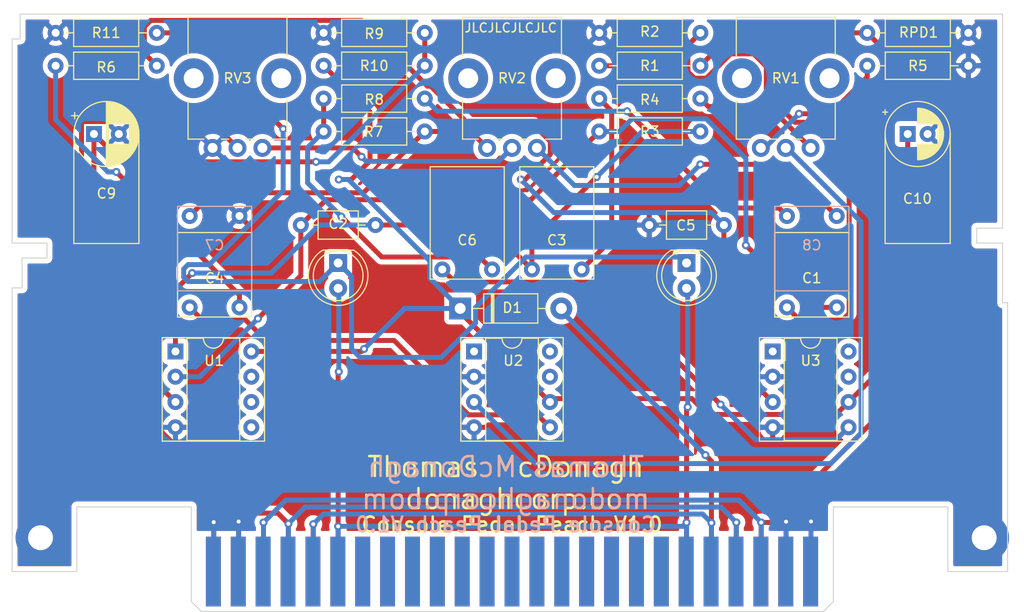
<source format=kicad_pcb>
(kicad_pcb (version 20171130) (host pcbnew "(5.1.7)-1")
  (layers (0 F.Cu signal) (31 B.Cu signal) (34 B.Paste user) (35 F.Paste user) (36 B.SilkS user) (37 F.SilkS user) (38 B.Mask user hide) (39 F.Mask user hide) (44 Edge.Cuts user))
  (net 0 "")
  (net 1 GND)
  (net 2 /LEDPower)
  (net 3 /Input)
  (net 4 /Output)
  (net 5 +9V)
  (net 6 "Net-(C7-Pad2)")
  (net 7 "Net-(C8-Pad2)")
  (net 8 "Net-(C2-Pad2)")
  (net 9 "Net-(C4-Pad1)")
  (net 10 "Net-(C5-Pad1)")
  (net 11 "Net-(C6-Pad2)")
  (net 12 "Net-(C1-Pad2)")
  (net 13 "Net-(C1-Pad1)")
  (net 14 "Net-(C6-Pad1)")
  (net 15 "Net-(D2-Pad1)")
  (net 16 "Net-(C3-Pad1)")
  (net 17 "Net-(C4-Pad2)")
  (net 18 "Net-(C8-Pad1)")
  (net 19 /VR)
  (net 20 /9V)
  (net 21 "Net-(R4-Pad1)")
  (net 22 "Net-(R5-Pad1)")
  (net 23 "Net-(RV1-Pad2)")
  (net 24 "Net-(RV2-Pad2)")
  (module LED_THT:LED_D5.0mm (layer F.Cu) (at 115.25 95 270)
    (fp_text reference D2 hide)
    (fp_text value LED)
    (pad 1 thru_hole rect (at 0 0 270) (size 1.8 1.8) (drill 0.9) (layers *.Cu *.Mask) (net 15 "Net-(D2-Pad1)"))
    (pad 2 thru_hole circle (at 2.54 0 270) (size 1.8 1.8) (drill 0.9) (layers *.Cu *.Mask) (net 2 /LEDPower))
  )
  (module LED_THT:LED_D5.0mm (layer F.Cu) (at 150.25 95 270)
    (fp_text reference D3 hide)
    (fp_text value LED)
    (pad 2 thru_hole circle (at 2.54 0 270) (size 1.8 1.8) (drill 0.9) (layers *.Cu *.Mask) (net 2 /LEDPower))
    (pad 1 thru_hole rect (at 0 0 270) (size 1.8 1.8) (drill 0.9) (layers *.Cu *.Mask) (net 15 "Net-(D2-Pad1)"))
  )
  (module libraries:N64-Connector (layer F.Cu) (at 132.715 126)
    (fp_text reference J1 hide)
    (fp_text value Conn_02x25_Counter_Clockwise)
    (pad 1 connect rect (at -30 0) (size 1.5 7) (layers F.Cu F.Mask) (net 1 GND))
    (pad 2 connect rect (at -27.5 0) (size 1.5 7) (layers F.Cu F.Mask) (net 1 GND))
    (pad 3 connect rect (at -25 0) (size 1.5 7) (layers F.Cu F.Mask) (net 3 /Input))
    (pad 4 connect rect (at -22.5 0) (size 1.5 7) (layers F.Cu F.Mask) (net 4 /Output))
    (pad 5 connect rect (at -20 0) (size 1.5 7) (layers F.Cu F.Mask) (net 5 +9V))
    (pad 6 connect rect (at -17.5 0) (size 1.5 7) (layers F.Cu F.Mask) (net 2 /LEDPower))
    (pad 7 connect rect (at -15 0) (size 1.5 7) (layers F.Cu F.Mask))
    (pad 8 connect rect (at -12.5 0) (size 1.5 7) (layers F.Cu F.Mask))
    (pad 9 connect rect (at -10 0) (size 1.5 7) (layers F.Cu F.Mask))
    (pad 10 connect rect (at -7.5 0) (size 1.5 7) (layers F.Cu F.Mask))
    (pad 11 connect rect (at -5 0) (size 1.5 7) (layers F.Cu F.Mask))
    (pad 12 connect rect (at -2.5 0) (size 1.5 7) (layers F.Cu F.Mask))
    (pad 13 connect rect (at 0 0) (size 1.5 7) (layers F.Cu F.Mask))
    (pad 14 connect rect (at 2.5 0) (size 1.5 7) (layers F.Cu F.Mask))
    (pad 15 connect rect (at 5 0) (size 1.5 7) (layers F.Cu F.Mask))
    (pad 16 connect rect (at 7.5 0) (size 1.5 7) (layers F.Cu F.Mask))
    (pad 17 connect rect (at 10 0) (size 1.5 7) (layers F.Cu F.Mask))
    (pad 18 connect rect (at 12.5 0) (size 1.5 7) (layers F.Cu F.Mask))
    (pad 19 connect rect (at 15 0) (size 1.5 7) (layers F.Cu F.Mask))
    (pad 20 connect rect (at 17.5 0) (size 1.5 7) (layers F.Cu F.Mask) (net 2 /LEDPower))
    (pad 21 connect rect (at 20 0) (size 1.5 7) (layers F.Cu F.Mask) (net 5 +9V))
    (pad 22 connect rect (at 22.5 0) (size 1.5 7) (layers F.Cu F.Mask) (net 4 /Output))
    (pad 23 connect rect (at 25 0) (size 1.5 7) (layers F.Cu F.Mask) (net 3 /Input))
    (pad 24 connect rect (at 27.5 0) (size 1.5 7) (layers F.Cu F.Mask) (net 1 GND))
    (pad 25 connect rect (at 30 0) (size 1.5 7) (layers F.Cu F.Mask) (net 1 GND))
    (pad 26 connect rect (at -30 0) (size 1.5 7) (layers B.Cu B.Mask) (net 1 GND))
    (pad 27 connect rect (at -27.5 0) (size 1.5 7) (layers B.Cu B.Mask) (net 1 GND))
    (pad 28 connect rect (at -25 0) (size 1.5 7) (layers B.Cu B.Mask) (net 3 /Input))
    (pad 29 connect rect (at -22.5 0) (size 1.5 7) (layers B.Cu B.Mask) (net 4 /Output))
    (pad 30 connect rect (at -20 0) (size 1.5 7) (layers B.Cu B.Mask) (net 5 +9V))
    (pad 31 connect rect (at -17.5 0) (size 1.5 7) (layers B.Cu B.Mask) (net 2 /LEDPower))
    (pad 32 connect rect (at -15 0) (size 1.5 7) (layers B.Cu B.Mask))
    (pad 33 connect rect (at -12.5 0) (size 1.5 7) (layers B.Cu B.Mask))
    (pad 34 connect rect (at -10 0) (size 1.5 7) (layers B.Cu B.Mask))
    (pad 35 connect rect (at -7.5 0) (size 1.5 7) (layers B.Cu B.Mask))
    (pad 36 connect rect (at -5 0) (size 1.5 7) (layers B.Cu B.Mask))
    (pad 37 connect rect (at -2.5 0) (size 1.5 7) (layers B.Cu B.Mask))
    (pad 38 connect rect (at 0 0) (size 1.5 7) (layers B.Cu B.Mask))
    (pad 39 connect rect (at 2.5 0) (size 1.5 7) (layers B.Cu B.Mask))
    (pad 40 connect rect (at 5 0) (size 1.5 7) (layers B.Cu B.Mask))
    (pad 41 connect rect (at 7.5 0) (size 1.5 7) (layers B.Cu B.Mask))
    (pad 42 connect rect (at 10 0) (size 1.5 7) (layers B.Cu B.Mask))
    (pad 43 connect rect (at 12.5 0) (size 1.5 7) (layers B.Cu B.Mask))
    (pad 44 connect rect (at 15 0) (size 1.5 7) (layers B.Cu B.Mask))
    (pad 45 connect rect (at 17.5 0) (size 1.5 7) (layers B.Cu B.Mask) (net 2 /LEDPower))
    (pad 46 connect rect (at 20 0) (size 1.5 7) (layers B.Cu B.Mask) (net 5 +9V))
    (pad 47 connect rect (at 22.5 0) (size 1.5 7) (layers B.Cu B.Mask) (net 4 /Output))
    (pad 48 connect rect (at 25 0) (size 1.5 7) (layers B.Cu B.Mask) (net 3 /Input))
    (pad 49 connect rect (at 27.5 0) (size 1.5 7) (layers B.Cu B.Mask) (net 1 GND))
    (pad 50 connect rect (at 30 0) (size 1.5 7) (layers B.Cu B.Mask) (net 1 GND))
  )
  (module MountingHole:MountingHole_2.5mm_Pad (layer F.Cu) (at 85.35 122.6)
    (fp_text reference H1 hide)
    (fp_text value MountingHole_Pad)
    (pad 1 thru_hole circle (at 0 0) (size 5 5) (drill 2.5) (layers *.Cu *.Mask) (net 1 GND))
  )
  (module MountingHole:MountingHole_2.5mm_Pad (layer F.Cu) (at 180.15 122.6)
    (fp_text reference H2 hide)
    (fp_text value MountingHole_Pad)
    (pad 1 thru_hole circle (at 0 0) (size 5 5) (drill 2.5) (layers *.Cu *.Mask) (net 1 GND))
  )
  (module Resistor_THT:R_Axial_DIN0207_L6.3mm_D2.5mm_P10.16mm_Horizontal (layer F.Cu) (at 86.868 71.882)
    (fp_text reference R11 (at 5.08 0) (layer F.SilkS))
    (fp_text value 100K)
    (pad 1 thru_hole circle (at 0 0) (size 1.6 1.6) (drill 0.8) (layers *.Cu *.Mask) (net 1 GND))
    (pad 2 thru_hole oval (at 10.16 0) (size 1.6 1.6) (drill 0.8) (layers *.Cu *.Mask) (net 15 "Net-(D2-Pad1)"))
  )
  (module libraries:C_Flat_L7.2_H6.5 (layer F.Cu) (at 165.335 99.06 180)
    (fp_text reference C1 (at 2.5 2.54) (layer F.SilkS))
    (fp_text value 100nF)
    (pad 2 thru_hole circle (at 5 -0.4 180) (size 1.6 1.6) (drill 0.8) (layers *.Cu *.Mask) (net 12 "Net-(C1-Pad2)"))
    (pad 1 thru_hole circle (at 0 -0.4 180) (size 1.6 1.6) (drill 0.8) (layers *.Cu *.Mask) (net 13 "Net-(C1-Pad1)"))
  )
  (module Capacitor_THT:C_Axial_L3.8mm_D2.6mm_P7.50mm_Horizontal (layer F.Cu) (at 111.5 91.186)
    (fp_text reference C2 (at 3.75 -0.123001) (layer F.SilkS))
    (fp_text value 100pF)
    (pad 2 thru_hole oval (at 7.5 0) (size 1.6 1.6) (drill 0.8) (layers *.Cu *.Mask) (net 8 "Net-(C2-Pad2)"))
    (pad 1 thru_hole circle (at 0 0) (size 1.6 1.6) (drill 0.8) (layers *.Cu *.Mask) (net 13 "Net-(C1-Pad1)"))
  )
  (module libraries:C_Flat_L7.2_H10 (layer F.Cu) (at 139.715 95.25 180)
    (fp_text reference C3 (at 2.5 2.54) (layer F.SilkS))
    (fp_text value 1uF)
    (pad 2 thru_hole circle (at 5 -0.4 180) (size 1.6 1.6) (drill 0.8) (layers *.Cu *.Mask) (net 8 "Net-(C2-Pad2)"))
    (pad 1 thru_hole circle (at 0 -0.4 180) (size 1.6 1.6) (drill 0.8) (layers *.Cu *.Mask) (net 16 "Net-(C3-Pad1)"))
  )
  (module libraries:C_Flat_L7.2_H6.5 (layer F.Cu) (at 105.335 99.06 180)
    (fp_text reference C4 (at 2.5 2.54) (layer F.SilkS))
    (fp_text value 100nF)
    (pad 2 thru_hole circle (at 5 -0.4 180) (size 1.6 1.6) (drill 0.8) (layers *.Cu *.Mask) (net 17 "Net-(C4-Pad2)"))
    (pad 1 thru_hole circle (at 0 -0.4 180) (size 1.6 1.6) (drill 0.8) (layers *.Cu *.Mask) (net 9 "Net-(C4-Pad1)"))
  )
  (module Capacitor_THT:C_Axial_L3.8mm_D2.6mm_P7.50mm_Horizontal (layer F.Cu) (at 154 91.186 180)
    (fp_text reference C5 (at 3.818999 -0.037001) (layer F.SilkS))
    (fp_text value 18pF)
    (pad 1 thru_hole circle (at 0 0 180) (size 1.6 1.6) (drill 0.8) (layers *.Cu *.Mask) (net 10 "Net-(C5-Pad1)"))
    (pad 2 thru_hole oval (at 7.5 0 180) (size 1.6 1.6) (drill 0.8) (layers *.Cu *.Mask) (net 1 GND))
  )
  (module libraries:C_Flat_L7.2_H10 (layer F.Cu) (at 130.715 95.25 180)
    (fp_text reference C6 (at 2.5 2.54) (layer F.SilkS))
    (fp_text value 1uF)
    (pad 1 thru_hole circle (at 0 -0.4 180) (size 1.6 1.6) (drill 0.8) (layers *.Cu *.Mask) (net 14 "Net-(C6-Pad1)"))
    (pad 2 thru_hole circle (at 5 -0.4 180) (size 1.6 1.6) (drill 0.8) (layers *.Cu *.Mask) (net 11 "Net-(C6-Pad2)"))
  )
  (module libraries:C_Flat_L7.2_H6.5 (layer B.Cu) (at 105.335 90.678 180)
    (fp_text reference C7 (at 2.5 -2.54) (layer B.SilkS) (effects (justify mirror)))
    (fp_text value 470nF)
    (pad 1 thru_hole circle (at 0 0.4 180) (size 1.6 1.6) (drill 0.8) (layers *.Cu *.Mask) (net 1 GND))
    (pad 2 thru_hole circle (at 5 0.4 180) (size 1.6 1.6) (drill 0.8) (layers *.Cu *.Mask) (net 6 "Net-(C7-Pad2)"))
  )
  (module libraries:C_Flat_L7.2_H6.5 (layer B.Cu) (at 165.335 90.678 180)
    (fp_text reference C8 (at 2.5 -2.54) (layer B.SilkS) (effects (justify mirror)))
    (fp_text value 10nF)
    (pad 1 thru_hole circle (at 0 0.4 180) (size 1.6 1.6) (drill 0.8) (layers *.Cu *.Mask) (net 18 "Net-(C8-Pad1)"))
    (pad 2 thru_hole circle (at 5 0.4 180) (size 1.6 1.6) (drill 0.8) (layers *.Cu *.Mask) (net 7 "Net-(C8-Pad2)"))
  )
  (module libraries:CP_Radial_D6.3mm_P2.50mm_L11.0mm (layer F.Cu) (at 90.718 82.042)
    (fp_text reference C9 (at 1.25 5.972999) (layer F.SilkS))
    (fp_text value 10uF)
    (pad 1 thru_hole rect (at 0 0) (size 1.6 1.6) (drill 0.8) (layers *.Cu *.Mask) (net 19 /VR))
    (pad 2 thru_hole circle (at 2.5 0) (size 1.6 1.6) (drill 0.8) (layers *.Cu *.Mask) (net 1 GND))
  )
  (module libraries:CP_Radial_D6.3mm_P2.00mm_L11.0mm (layer F.Cu) (at 172.466 82.042)
    (fp_text reference C10 (at 0.980024 6.494999) (layer F.SilkS))
    (fp_text value 100uF)
    (pad 1 thru_hole rect (at 0 0) (size 1.6 1.6) (drill 0.8) (layers *.Cu *.Mask) (net 20 /9V))
    (pad 2 thru_hole circle (at 2 0) (size 1.6 1.6) (drill 0.8) (layers *.Cu *.Mask) (net 1 GND))
  )
  (module Diode_THT:D_DO-41_SOD81_P10.16mm_Horizontal (layer F.Cu) (at 127.508 99.568)
    (fp_text reference D1 (at 5.228999 -0.073001) (layer F.SilkS))
    (fp_text value 1N5817)
    (pad 1 thru_hole rect (at 0 0) (size 2.2 2.2) (drill 1.1) (layers *.Cu *.Mask) (net 20 /9V))
    (pad 2 thru_hole oval (at 10.16 0) (size 2.2 2.2) (drill 1.1) (layers *.Cu *.Mask) (net 5 +9V))
  )
  (module Resistor_THT:R_Axial_DIN0207_L6.3mm_D2.5mm_P10.16mm_Horizontal (layer F.Cu) (at 141.478 75.184)
    (fp_text reference R1 (at 5.08 -0.001001) (layer F.SilkS))
    (fp_text value 33K)
    (pad 1 thru_hole circle (at 0 0) (size 1.6 1.6) (drill 0.8) (layers *.Cu *.Mask) (net 12 "Net-(C1-Pad2)"))
    (pad 2 thru_hole oval (at 10.16 0) (size 1.6 1.6) (drill 0.8) (layers *.Cu *.Mask) (net 3 /Input))
  )
  (module Resistor_THT:R_Axial_DIN0207_L6.3mm_D2.5mm_P10.16mm_Horizontal (layer F.Cu) (at 141.478 71.882)
    (fp_text reference R2 (at 5.08 -0.127001) (layer F.SilkS))
    (fp_text value 100K)
    (pad 1 thru_hole circle (at 0 0) (size 1.6 1.6) (drill 0.8) (layers *.Cu *.Mask) (net 1 GND))
    (pad 2 thru_hole oval (at 10.16 0) (size 1.6 1.6) (drill 0.8) (layers *.Cu *.Mask) (net 12 "Net-(C1-Pad2)"))
  )
  (module Resistor_THT:R_Axial_DIN0207_L6.3mm_D2.5mm_P10.16mm_Horizontal (layer F.Cu) (at 141.478 81.788)
    (fp_text reference R3 (at 5.080999 0.000999) (layer F.SilkS))
    (fp_text value 560K)
    (pad 2 thru_hole oval (at 10.16 0) (size 1.6 1.6) (drill 0.8) (layers *.Cu *.Mask) (net 8 "Net-(C2-Pad2)"))
    (pad 1 thru_hole circle (at 0 0) (size 1.6 1.6) (drill 0.8) (layers *.Cu *.Mask) (net 13 "Net-(C1-Pad1)"))
  )
  (module Resistor_THT:R_Axial_DIN0207_L6.3mm_D2.5mm_P10.16mm_Horizontal (layer F.Cu) (at 151.638 78.486 180)
    (fp_text reference R4 (at 5.08 -0.113001) (layer F.SilkS))
    (fp_text value 9.1K)
    (pad 1 thru_hole circle (at 0 0 180) (size 1.6 1.6) (drill 0.8) (layers *.Cu *.Mask) (net 21 "Net-(R4-Pad1)"))
    (pad 2 thru_hole oval (at 10.16 0 180) (size 1.6 1.6) (drill 0.8) (layers *.Cu *.Mask) (net 16 "Net-(C3-Pad1)"))
  )
  (module Resistor_THT:R_Axial_DIN0207_L6.3mm_D2.5mm_P10.16mm_Horizontal (layer F.Cu) (at 168.402 75.184)
    (fp_text reference R5 (at 5.08 0.012999) (layer F.SilkS))
    (fp_text value 100)
    (pad 2 thru_hole oval (at 10.16 0) (size 1.6 1.6) (drill 0.8) (layers *.Cu *.Mask) (net 1 GND))
    (pad 1 thru_hole circle (at 0 0) (size 1.6 1.6) (drill 0.8) (layers *.Cu *.Mask) (net 22 "Net-(R5-Pad1)"))
  )
  (module Resistor_THT:R_Axial_DIN0207_L6.3mm_D2.5mm_P10.16mm_Horizontal (layer F.Cu) (at 97.028 75.184 180)
    (fp_text reference R6 (at 5.08 -0.159001) (layer F.SilkS))
    (fp_text value 120K)
    (pad 1 thru_hole circle (at 0 0 180) (size 1.6 1.6) (drill 0.8) (layers *.Cu *.Mask) (net 10 "Net-(C5-Pad1)"))
    (pad 2 thru_hole oval (at 10.16 0 180) (size 1.6 1.6) (drill 0.8) (layers *.Cu *.Mask) (net 9 "Net-(C4-Pad1)"))
  )
  (module Resistor_THT:R_Axial_DIN0207_L6.3mm_D2.5mm_P10.16mm_Horizontal (layer F.Cu) (at 113.792 81.788)
    (fp_text reference R7 (at 5.002999 0.026999) (layer F.SilkS))
    (fp_text value 10K)
    (pad 2 thru_hole oval (at 10.16 0) (size 1.6 1.6) (drill 0.8) (layers *.Cu *.Mask) (net 6 "Net-(C7-Pad2)"))
    (pad 1 thru_hole circle (at 0 0) (size 1.6 1.6) (drill 0.8) (layers *.Cu *.Mask) (net 14 "Net-(C6-Pad1)"))
  )
  (module Resistor_THT:R_Axial_DIN0207_L6.3mm_D2.5mm_P10.16mm_Horizontal (layer F.Cu) (at 123.952 78.486 180)
    (fp_text reference R8 (at 5.08 -0.099001) (layer F.SilkS))
    (fp_text value 39K)
    (pad 1 thru_hole circle (at 0 0 180) (size 1.6 1.6) (drill 0.8) (layers *.Cu *.Mask) (net 7 "Net-(C8-Pad2)"))
    (pad 2 thru_hole oval (at 10.16 0 180) (size 1.6 1.6) (drill 0.8) (layers *.Cu *.Mask) (net 14 "Net-(C6-Pad1)"))
  )
  (module Resistor_THT:R_Axial_DIN0207_L6.3mm_D2.5mm_P10.16mm_Horizontal (layer F.Cu) (at 113.792 71.882)
    (fp_text reference R9 (at 5.08 0.094999) (layer F.SilkS))
    (fp_text value 33K)
    (pad 1 thru_hole circle (at 0 0) (size 1.6 1.6) (drill 0.8) (layers *.Cu *.Mask) (net 1 GND))
    (pad 2 thru_hole oval (at 10.16 0) (size 1.6 1.6) (drill 0.8) (layers *.Cu *.Mask) (net 19 /VR))
  )
  (module Resistor_THT:R_Axial_DIN0207_L6.3mm_D2.5mm_P10.16mm_Horizontal (layer F.Cu) (at 123.952 75.184 180)
    (fp_text reference R10 (at 5.08 -0.001001) (layer F.SilkS))
    (fp_text value 33K)
    (pad 2 thru_hole oval (at 10.16 0 180) (size 1.6 1.6) (drill 0.8) (layers *.Cu *.Mask) (net 20 /9V))
    (pad 1 thru_hole circle (at 0 0 180) (size 1.6 1.6) (drill 0.8) (layers *.Cu *.Mask) (net 19 /VR))
  )
  (module Resistor_THT:R_Axial_DIN0207_L6.3mm_D2.5mm_P10.16mm_Horizontal (layer F.Cu) (at 178.562 71.882 180)
    (fp_text reference RPD1 (at 5.002999 0.040999) (layer F.SilkS))
    (fp_text value 1M)
    (pad 2 thru_hole oval (at 10.16 0 180) (size 1.6 1.6) (drill 0.8) (layers *.Cu *.Mask) (net 3 /Input))
    (pad 1 thru_hole circle (at 0 0 180) (size 1.6 1.6) (drill 0.8) (layers *.Cu *.Mask) (net 1 GND))
  )
  (module Potentiometer_THT:Potentiometer_Bourns_PTV09A-1_Single_Vertical (layer F.Cu) (at 162.715 83.439 90)
    (fp_text reference RV1 (at 7 -2.5 180) (layer F.SilkS))
    (fp_text value "10KA Fuzz")
    (pad "" np_thru_hole circle (at 7 1.9 90) (size 4 4) (drill 2) (layers *.Cu *.Mask))
    (pad "" np_thru_hole circle (at 7 -6.9 90) (size 4 4) (drill 2) (layers *.Cu *.Mask))
    (pad 1 thru_hole circle (at 0 0 90) (size 1.8 1.8) (drill 1) (layers *.Cu *.Mask) (net 21 "Net-(R4-Pad1)"))
    (pad 2 thru_hole circle (at 0 -2.5 90) (size 1.8 1.8) (drill 1) (layers *.Cu *.Mask) (net 23 "Net-(RV1-Pad2)"))
    (pad 3 thru_hole circle (at 0 -5 90) (size 1.8 1.8) (drill 1) (layers *.Cu *.Mask) (net 22 "Net-(R5-Pad1)"))
  )
  (module Potentiometer_THT:Potentiometer_Bourns_PTV09A-1_Single_Vertical (layer F.Cu) (at 135.215 83.439 90)
    (fp_text reference RV2 (at 7 -2.5) (layer F.SilkS))
    (fp_text value "10KB Tone")
    (pad 3 thru_hole circle (at 0 -5 90) (size 1.8 1.8) (drill 1) (layers *.Cu *.Mask) (net 6 "Net-(C7-Pad2)"))
    (pad 2 thru_hole circle (at 0 -2.5 90) (size 1.8 1.8) (drill 1) (layers *.Cu *.Mask) (net 24 "Net-(RV2-Pad2)"))
    (pad 1 thru_hole circle (at 0 0 90) (size 1.8 1.8) (drill 1) (layers *.Cu *.Mask) (net 18 "Net-(C8-Pad1)"))
    (pad "" np_thru_hole circle (at 7 -6.9 90) (size 4 4) (drill 2) (layers *.Cu *.Mask))
    (pad "" np_thru_hole circle (at 7 1.9 90) (size 4 4) (drill 2) (layers *.Cu *.Mask))
  )
  (module Potentiometer_THT:Potentiometer_Bourns_PTV09A-1_Single_Vertical (layer F.Cu) (at 107.639 83.439 90)
    (fp_text reference RV3 (at 7 -2.5 180) (layer F.SilkS))
    (fp_text value "100KB Volume")
    (pad 3 thru_hole circle (at 0 -5 90) (size 1.8 1.8) (drill 1) (layers *.Cu *.Mask) (net 1 GND))
    (pad 2 thru_hole circle (at 0 -2.5 90) (size 1.8 1.8) (drill 1) (layers *.Cu *.Mask) (net 4 /Output))
    (pad 1 thru_hole circle (at 0 0 90) (size 1.8 1.8) (drill 1) (layers *.Cu *.Mask) (net 24 "Net-(RV2-Pad2)"))
    (pad "" np_thru_hole circle (at 7 -6.9 90) (size 4 4) (drill 2) (layers *.Cu *.Mask))
    (pad "" np_thru_hole circle (at 7 1.9 90) (size 4 4) (drill 2) (layers *.Cu *.Mask))
  )
  (module Package_DIP:DIP-8_W7.62mm_Socket (layer F.Cu) (at 98.905 103.886)
    (fp_text reference U1 (at 3.892999 0.928999) (layer F.SilkS))
    (fp_text value TL072)
    (pad 1 thru_hole rect (at 0 0) (size 1.6 1.6) (drill 0.8) (layers *.Cu *.Mask) (net 8 "Net-(C2-Pad2)"))
    (pad 5 thru_hole oval (at 7.62 7.62) (size 1.6 1.6) (drill 0.8) (layers *.Cu *.Mask))
    (pad 2 thru_hole oval (at 0 2.54) (size 1.6 1.6) (drill 0.8) (layers *.Cu *.Mask) (net 13 "Net-(C1-Pad1)"))
    (pad 6 thru_hole oval (at 7.62 5.08) (size 1.6 1.6) (drill 0.8) (layers *.Cu *.Mask))
    (pad 3 thru_hole oval (at 0 5.08) (size 1.6 1.6) (drill 0.8) (layers *.Cu *.Mask) (net 19 /VR))
    (pad 7 thru_hole oval (at 7.62 2.54) (size 1.6 1.6) (drill 0.8) (layers *.Cu *.Mask))
    (pad 4 thru_hole oval (at 0 7.62) (size 1.6 1.6) (drill 0.8) (layers *.Cu *.Mask) (net 1 GND))
    (pad 8 thru_hole oval (at 7.62 0) (size 1.6 1.6) (drill 0.8) (layers *.Cu *.Mask) (net 20 /9V))
  )
  (module Package_DIP:DIP-8_W7.62mm_Socket (layer F.Cu) (at 128.905 103.886)
    (fp_text reference U2 (at 3.937 0.928999) (layer F.SilkS))
    (fp_text value LM386)
    (pad 1 thru_hole rect (at 0 0) (size 1.6 1.6) (drill 0.8) (layers *.Cu *.Mask))
    (pad 5 thru_hole oval (at 7.62 7.62) (size 1.6 1.6) (drill 0.8) (layers *.Cu *.Mask) (net 17 "Net-(C4-Pad2)"))
    (pad 2 thru_hole oval (at 0 2.54) (size 1.6 1.6) (drill 0.8) (layers *.Cu *.Mask) (net 1 GND))
    (pad 6 thru_hole oval (at 7.62 5.08) (size 1.6 1.6) (drill 0.8) (layers *.Cu *.Mask) (net 20 /9V))
    (pad 3 thru_hole oval (at 0 5.08) (size 1.6 1.6) (drill 0.8) (layers *.Cu *.Mask) (net 23 "Net-(RV1-Pad2)"))
    (pad 7 thru_hole oval (at 7.62 2.54) (size 1.6 1.6) (drill 0.8) (layers *.Cu *.Mask))
    (pad 4 thru_hole oval (at 0 7.62) (size 1.6 1.6) (drill 0.8) (layers *.Cu *.Mask) (net 1 GND))
    (pad 8 thru_hole oval (at 7.62 0) (size 1.6 1.6) (drill 0.8) (layers *.Cu *.Mask))
  )
  (module Package_DIP:DIP-8_W7.62mm_Socket (layer F.Cu) (at 158.905 103.886)
    (fp_text reference U3 (at 3.81 0.928999) (layer F.SilkS))
    (fp_text value LM386)
    (pad 8 thru_hole oval (at 7.62 0) (size 1.6 1.6) (drill 0.8) (layers *.Cu *.Mask))
    (pad 4 thru_hole oval (at 0 7.62) (size 1.6 1.6) (drill 0.8) (layers *.Cu *.Mask) (net 1 GND))
    (pad 7 thru_hole oval (at 7.62 2.54) (size 1.6 1.6) (drill 0.8) (layers *.Cu *.Mask))
    (pad 3 thru_hole oval (at 0 5.08) (size 1.6 1.6) (drill 0.8) (layers *.Cu *.Mask) (net 10 "Net-(C5-Pad1)"))
    (pad 6 thru_hole oval (at 7.62 5.08) (size 1.6 1.6) (drill 0.8) (layers *.Cu *.Mask) (net 20 /9V))
    (pad 2 thru_hole oval (at 0 2.54) (size 1.6 1.6) (drill 0.8) (layers *.Cu *.Mask) (net 1 GND))
    (pad 5 thru_hole oval (at 7.62 7.62) (size 1.6 1.6) (drill 0.8) (layers *.Cu *.Mask) (net 11 "Net-(C6-Pad2)"))
    (pad 1 thru_hole rect (at 0 0) (size 1.6 1.6) (drill 0.8) (layers *.Cu *.Mask))
  )
  (gr_text "Console Pedal Peach V1.0" (at 132.715 121.285) (layer F.SilkS) (effects (font (size 1.5 1.5) (thickness 0.25))))
  (gr_text JLCJLCJLCJLC (at 132.588 71.374) (layer F.SilkS) (effects (font (size 0.9 0.9))))
  (gr_line (start 182 70) (end 83.3 70) (layer Edge.Cuts) (width 0.1))
  (gr_line (start 182 70) (end 182 91.5) (layer Edge.Cuts) (width 0.1))
  (gr_line (start 182 91.5) (end 179.4 91.5) (layer Edge.Cuts) (width 0.1))
  (gr_line (start 179.4 93) (end 179.4 91.5) (layer Edge.Cuts) (width 0.1))
  (gr_line (start 182 93) (end 179.4 93) (layer Edge.Cuts) (width 0.1))
  (gr_line (start 83.3 72.5) (end 83.3 70) (layer Edge.Cuts) (width 0.1))
  (gr_line (start 82.5 72.5) (end 83.3 72.5) (layer Edge.Cuts) (width 0.1))
  (gr_line (start 82.5 93) (end 82.5 72.5) (layer Edge.Cuts) (width 0.1))
  (gr_line (start 86 93) (end 82.5 93) (layer Edge.Cuts) (width 0.1))
  (gr_text "Console Pedal Peach V1.0" (at 132.08 121.285) (layer B.SilkS) (effects (font (size 1.5 1.5) (thickness 0.25)) (justify mirror)))
  (gr_text "Thomas McDonagh\nmcdonaghcorp.com" (at 132.08 117.094) (layer B.SilkS) (effects (font (size 2 2) (thickness 0.25)) (justify mirror)))
  (gr_text "Thomas McDonagh\nmcdonaghcorp.com" (at 132.08 117.094) (layer F.SilkS) (effects (font (size 2 2) (thickness 0.25))))
  (gr_line (start 182 93) (end 182 99) (layer Edge.Cuts) (width 0.1))
  (gr_line (start 182.5 99) (end 182 99) (layer Edge.Cuts) (width 0.1))
  (gr_line (start 182.5 126) (end 182.5 99) (layer Edge.Cuts) (width 0.1))
  (gr_line (start 182.5 126) (end 176.5 126) (layer Edge.Cuts) (width 0.1))
  (gr_line (start 176.5 119.5) (end 176.5 126) (layer Edge.Cuts) (width 0.1))
  (gr_line (start 176.5 119.5) (end 165 119.5) (layer Edge.Cuts) (width 0.1))
  (gr_line (start 165 129) (end 165 119.5) (layer Edge.Cuts) (width 0.1))
  (gr_line (start 165 129) (end 164 130) (layer Edge.Cuts) (width 0.1))
  (gr_line (start 86 94.5) (end 86 93) (layer Edge.Cuts) (width 0.1))
  (gr_line (start 83.5 94.5) (end 86 94.5) (layer Edge.Cuts) (width 0.1))
  (gr_line (start 83.5 97.5) (end 83.5 94.5) (layer Edge.Cuts) (width 0.1))
  (gr_line (start 82.5 97.5) (end 83.5 97.5) (layer Edge.Cuts) (width 0.1))
  (gr_line (start 82.5 126) (end 82.5 97.5) (layer Edge.Cuts) (width 0.1))
  (gr_line (start 89 126) (end 82.5 126) (layer Edge.Cuts) (width 0.1))
  (gr_line (start 89 119.5) (end 89 126) (layer Edge.Cuts) (width 0.1))
  (gr_line (start 100.5 119.5) (end 89 119.5) (layer Edge.Cuts) (width 0.1))
  (gr_line (start 100.5 129) (end 100.5 119.5) (layer Edge.Cuts) (width 0.1))
  (gr_line (start 100.5 129) (end 101.5 130) (layer Edge.Cuts) (width 0.1))
  (gr_line (start 164 130) (end 101.5 130) (layer Edge.Cuts) (width 0.1))
  (segment (start 105.25 126) (end 105.25 120.979) (width 0.5) (layer F.Cu) (net 1))
  (via (at 105.25 120.979) (size 0.8) (drill 0.4) (layers F.Cu B.Cu) (net 1))
  (segment (start 105.25 126) (end 105.25 120.979) (width 0.5) (layer B.Cu) (net 1))
  (segment (start 160.25 126) (end 160.25 120.988) (width 0.5) (layer F.Cu) (net 1))
  (via (at 160.25 120.988) (size 0.8) (drill 0.4) (layers F.Cu B.Cu) (net 1))
  (segment (start 160.25 126) (end 160.25 120.988) (width 0.5) (layer B.Cu) (net 1))
  (segment (start 102.75 126) (end 102.75 121.038) (width 0.5) (layer F.Cu) (net 1))
  (via (at 102.75 121.038) (size 0.8) (drill 0.4) (layers F.Cu B.Cu) (net 1))
  (segment (start 102.75 126) (end 102.75 121.038) (width 0.5) (layer B.Cu) (net 1))
  (segment (start 162.75 126) (end 162.75 120.967) (width 0.5) (layer F.Cu) (net 1))
  (via (at 162.75 120.967) (size 0.8) (drill 0.4) (layers F.Cu B.Cu) (net 1))
  (segment (start 162.75 120.967) (end 162.75 126) (width 0.5) (layer B.Cu) (net 1))
  (segment (start 162.729 120.988) (end 162.75 120.967) (width 0.5) (layer B.Cu) (net 1))
  (segment (start 160.25 120.988) (end 162.729 120.988) (width 0.5) (layer B.Cu) (net 1))
  (segment (start 105.191 121.038) (end 105.25 120.979) (width 0.5) (layer B.Cu) (net 1))
  (segment (start 102.75 121.038) (end 105.191 121.038) (width 0.5) (layer B.Cu) (net 1))
  (segment (start 115.25 126) (end 115.25 121.454) (width 0.5) (layer F.Cu) (net 2))
  (via (at 115.25 121.454) (size 0.8) (drill 0.4) (layers F.Cu B.Cu) (net 2))
  (segment (start 115.25 126) (end 115.25 121.454) (width 0.5) (layer B.Cu) (net 2))
  (segment (start 150.25 126) (end 150.25 121.073) (width 0.5) (layer F.Cu) (net 2))
  (via (at 150.25 121.073) (size 0.8) (drill 0.4) (layers F.Cu B.Cu) (net 2))
  (segment (start 150.25 121.073) (end 150.25 126) (width 0.5) (layer B.Cu) (net 2))
  (segment (start 149.869 121.454) (end 150.25 121.073) (width 0.5) (layer B.Cu) (net 2))
  (segment (start 115.25 121.454) (end 149.869 121.454) (width 0.5) (layer B.Cu) (net 2))
  (segment (start 150.25 97.581998) (end 150.25 97.54) (width 0.5) (layer B.Cu) (net 2))
  (via (at 150.368 109.474) (size 0.8) (drill 0.4) (layers F.Cu B.Cu) (net 2))
  (segment (start 150.25 109.592) (end 150.368 109.474) (width 0.5) (layer F.Cu) (net 2))
  (segment (start 150.25 121.073) (end 150.25 109.592) (width 0.5) (layer F.Cu) (net 2))
  (segment (start 150.368 97.658) (end 150.25 97.54) (width 0.5) (layer B.Cu) (net 2))
  (segment (start 150.368 109.474) (end 150.368 97.658) (width 0.5) (layer B.Cu) (net 2))
  (via (at 115.316 105.918) (size 0.8) (drill 0.4) (layers F.Cu B.Cu) (net 2))
  (segment (start 115.25 105.984) (end 115.316 105.918) (width 0.5) (layer F.Cu) (net 2))
  (segment (start 115.25 121.454) (end 115.25 105.984) (width 0.5) (layer F.Cu) (net 2))
  (segment (start 115.316 97.606) (end 115.25 97.54) (width 0.5) (layer B.Cu) (net 2))
  (segment (start 115.316 105.918) (end 115.316 97.606) (width 0.5) (layer B.Cu) (net 2))
  (segment (start 107.75 126) (end 107.75 121.066) (width 0.5) (layer F.Cu) (net 3))
  (via (at 107.75 121.066) (size 0.8) (drill 0.4) (layers F.Cu B.Cu) (net 3))
  (segment (start 107.75 121.066) (end 107.75 126) (width 0.5) (layer B.Cu) (net 3))
  (segment (start 157.75 126) (end 157.75 121.066) (width 0.5) (layer F.Cu) (net 3))
  (via (at 157.75 121.066) (size 0.8) (drill 0.4) (layers F.Cu B.Cu) (net 3))
  (segment (start 157.75 121.066) (end 157.75 126) (width 0.5) (layer B.Cu) (net 3))
  (segment (start 155.506979 118.822979) (end 157.75 121.066) (width 0.5) (layer B.Cu) (net 3))
  (segment (start 109.993021 118.822979) (end 155.506979 118.822979) (width 0.5) (layer B.Cu) (net 3))
  (segment (start 107.75 121.066) (end 109.993021 118.822979) (width 0.5) (layer B.Cu) (net 3))
  (segment (start 157.734 121.05) (end 157.75 121.066) (width 0.5) (layer F.Cu) (net 3))
  (segment (start 154.94 71.882) (end 168.402 71.882) (width 0.5) (layer F.Cu) (net 3))
  (segment (start 151.638 75.184) (end 154.94 71.882) (width 0.5) (layer F.Cu) (net 3))
  (segment (start 158.815002 121.066) (end 157.75 121.066) (width 0.5) (layer F.Cu) (net 3))
  (segment (start 175.716001 104.165001) (end 158.815002 121.066) (width 0.5) (layer F.Cu) (net 3))
  (segment (start 175.716001 79.196001) (end 175.716001 104.165001) (width 0.5) (layer F.Cu) (net 3))
  (segment (start 168.402 71.882) (end 175.716001 79.196001) (width 0.5) (layer F.Cu) (net 3))
  (segment (start 110.25 126) (end 110.25 121.195) (width 0.5) (layer F.Cu) (net 4))
  (via (at 110.25 121.195) (size 0.8) (drill 0.4) (layers F.Cu B.Cu) (net 4))
  (segment (start 110.25 121.195) (end 110.25 126) (width 0.5) (layer B.Cu) (net 4))
  (segment (start 155.25 126) (end 155.25 121.068) (width 0.5) (layer F.Cu) (net 4))
  (via (at 155.25 121.068) (size 0.8) (drill 0.4) (layers F.Cu B.Cu) (net 4))
  (segment (start 155.25 121.068) (end 155.25 126) (width 0.5) (layer B.Cu) (net 4))
  (segment (start 153.704989 119.522989) (end 155.25 121.068) (width 0.5) (layer B.Cu) (net 4))
  (segment (start 111.922011 119.522989) (end 153.704989 119.522989) (width 0.5) (layer B.Cu) (net 4))
  (segment (start 110.25 121.195) (end 111.922011 119.522989) (width 0.5) (layer B.Cu) (net 4))
  (segment (start 110.25 121.045) (end 110.25 121.195) (width 0.5) (layer F.Cu) (net 4))
  (segment (start 89.557999 80.791999) (end 102.491999 80.791999) (width 0.5) (layer F.Cu) (net 4))
  (segment (start 89.467999 80.881999) (end 89.557999 80.791999) (width 0.5) (layer F.Cu) (net 4))
  (segment (start 89.467999 103.919001) (end 89.467999 80.881999) (width 0.5) (layer F.Cu) (net 4))
  (segment (start 105.677997 120.128999) (end 89.467999 103.919001) (width 0.5) (layer F.Cu) (net 4))
  (segment (start 102.491999 80.791999) (end 105.139 83.439) (width 0.5) (layer F.Cu) (net 4))
  (segment (start 109.183999 120.128999) (end 105.677997 120.128999) (width 0.5) (layer F.Cu) (net 4))
  (segment (start 110.25 121.195) (end 109.183999 120.128999) (width 0.5) (layer F.Cu) (net 4))
  (segment (start 112.75 126) (end 112.75 121.235) (width 0.5) (layer F.Cu) (net 5))
  (via (at 112.75 121.235) (size 0.8) (drill 0.4) (layers F.Cu B.Cu) (net 5))
  (segment (start 112.75 121.235) (end 112.75 126) (width 0.5) (layer B.Cu) (net 5))
  (segment (start 152.75 126) (end 152.75 121.108) (width 0.5) (layer F.Cu) (net 5))
  (via (at 152.75 121.108) (size 0.8) (drill 0.4) (layers F.Cu B.Cu) (net 5))
  (segment (start 152.75 121.108) (end 152.75 126) (width 0.5) (layer B.Cu) (net 5))
  (segment (start 151.864999 120.222999) (end 152.75 121.108) (width 0.5) (layer B.Cu) (net 5))
  (segment (start 113.762001 120.222999) (end 151.864999 120.222999) (width 0.5) (layer B.Cu) (net 5))
  (segment (start 112.75 121.235) (end 113.762001 120.222999) (width 0.5) (layer B.Cu) (net 5))
  (via (at 152.146 114.3) (size 0.8) (drill 0.4) (layers F.Cu B.Cu) (net 5))
  (segment (start 152.75 114.904) (end 152.146 114.3) (width 0.5) (layer F.Cu) (net 5))
  (segment (start 152.75 121.108) (end 152.75 114.904) (width 0.5) (layer F.Cu) (net 5))
  (segment (start 137.668 99.822) (end 137.668 99.568) (width 0.5) (layer B.Cu) (net 5))
  (segment (start 152.146 114.3) (end 137.668 99.822) (width 0.5) (layer B.Cu) (net 5))
  (segment (start 117.79401 87.94599) (end 123.952 81.788) (width 0.5) (layer F.Cu) (net 6))
  (segment (start 102.66701 87.94599) (end 117.79401 87.94599) (width 0.5) (layer F.Cu) (net 6))
  (segment (start 100.335 90.278) (end 102.66701 87.94599) (width 0.5) (layer F.Cu) (net 6))
  (segment (start 128.564 81.788) (end 130.215 83.439) (width 0.5) (layer F.Cu) (net 6))
  (segment (start 123.952 81.788) (end 128.564 81.788) (width 0.5) (layer F.Cu) (net 6))
  (via (at 144.272 79.756) (size 0.8) (drill 0.4) (layers F.Cu B.Cu) (net 7))
  (segment (start 153.994001 89.478001) (end 144.272 79.756) (width 0.5) (layer F.Cu) (net 7))
  (segment (start 159.535001 89.478001) (end 153.994001 89.478001) (width 0.5) (layer F.Cu) (net 7))
  (segment (start 160.335 90.278) (end 159.535001 89.478001) (width 0.5) (layer F.Cu) (net 7))
  (segment (start 125.222 79.756) (end 123.952 78.486) (width 0.5) (layer B.Cu) (net 7))
  (segment (start 144.272 79.756) (end 125.222 79.756) (width 0.5) (layer B.Cu) (net 7))
  (via (at 100.584 96.012) (size 0.8) (drill 0.4) (layers F.Cu B.Cu) (net 8))
  (segment (start 98.905 97.691) (end 100.584 96.012) (width 0.5) (layer F.Cu) (net 8))
  (segment (start 98.905 103.886) (end 98.905 97.691) (width 0.5) (layer F.Cu) (net 8))
  (segment (start 113.350002 91.186) (end 119 91.186) (width 0.5) (layer B.Cu) (net 8))
  (segment (start 108.524002 96.012) (end 113.350002 91.186) (width 0.5) (layer B.Cu) (net 8))
  (segment (start 100.584 96.012) (end 108.524002 96.012) (width 0.5) (layer B.Cu) (net 8))
  (segment (start 130.251 91.186) (end 119 91.186) (width 0.5) (layer F.Cu) (net 8))
  (segment (start 134.715 95.65) (end 130.251 91.186) (width 0.5) (layer F.Cu) (net 8))
  (via (at 141.224 86.36) (size 0.8) (drill 0.4) (layers F.Cu B.Cu) (net 8))
  (segment (start 134.715 92.869) (end 141.224 86.36) (width 0.5) (layer F.Cu) (net 8))
  (segment (start 134.715 95.65) (end 134.715 92.869) (width 0.5) (layer F.Cu) (net 8))
  (segment (start 145.796 81.788) (end 151.638 81.788) (width 0.5) (layer B.Cu) (net 8))
  (segment (start 141.224 86.36) (end 145.796 81.788) (width 0.5) (layer B.Cu) (net 8))
  (segment (start 105.335 98.223) (end 92.964 85.852) (width 0.5) (layer F.Cu) (net 9))
  (via (at 92.964 85.852) (size 0.8) (drill 0.4) (layers F.Cu B.Cu) (net 9))
  (segment (start 105.335 99.46) (end 105.335 98.223) (width 0.5) (layer F.Cu) (net 9))
  (segment (start 86.868 80.602002) (end 86.868 75.184) (width 0.5) (layer B.Cu) (net 9))
  (segment (start 92.117998 85.852) (end 86.868 80.602002) (width 0.5) (layer B.Cu) (net 9))
  (segment (start 92.964 85.852) (end 92.117998 85.852) (width 0.5) (layer B.Cu) (net 9))
  (segment (start 154 104.061) (end 158.905 108.966) (width 0.5) (layer F.Cu) (net 10))
  (segment (start 154 91.186) (end 154 104.061) (width 0.5) (layer F.Cu) (net 10))
  (segment (start 134.038002 86.614) (end 133.604 86.614) (width 0.5) (layer F.Cu) (net 10))
  (segment (start 134.861992 81.08799) (end 136.565001 82.790999) (width 0.5) (layer F.Cu) (net 10))
  (segment (start 124.552001 77.235999) (end 128.403992 81.08799) (width 0.5) (layer F.Cu) (net 10))
  (segment (start 128.403992 81.08799) (end 134.861992 81.08799) (width 0.5) (layer F.Cu) (net 10))
  (segment (start 124.225999 77.235999) (end 124.552001 77.235999) (width 0.5) (layer F.Cu) (net 10))
  (segment (start 136.565001 84.087001) (end 134.038002 86.614) (width 0.5) (layer F.Cu) (net 10))
  (segment (start 117.621999 70.631999) (end 124.225999 77.235999) (width 0.5) (layer F.Cu) (net 10))
  (segment (start 136.565001 82.790999) (end 136.565001 84.087001) (width 0.5) (layer F.Cu) (net 10))
  (segment (start 96.427999 70.631999) (end 117.621999 70.631999) (width 0.5) (layer F.Cu) (net 10))
  (segment (start 95.777999 71.281999) (end 96.427999 70.631999) (width 0.5) (layer F.Cu) (net 10))
  (segment (start 95.777999 73.933999) (end 95.777999 71.281999) (width 0.5) (layer F.Cu) (net 10))
  (via (at 133.604 86.614) (size 0.8) (drill 0.4) (layers F.Cu B.Cu) (net 10))
  (segment (start 97.028 75.184) (end 95.777999 73.933999) (width 0.5) (layer F.Cu) (net 10))
  (segment (start 152.749999 89.935999) (end 154 91.186) (width 0.5) (layer B.Cu) (net 10))
  (segment (start 136.925999 89.935999) (end 152.749999 89.935999) (width 0.5) (layer B.Cu) (net 10))
  (segment (start 133.604 86.614) (end 136.925999 89.935999) (width 0.5) (layer B.Cu) (net 10))
  (via (at 153.67 109.22) (size 0.8) (drill 0.4) (layers F.Cu B.Cu) (net 11))
  (segment (start 141.350001 96.900001) (end 153.67 109.22) (width 0.5) (layer F.Cu) (net 11))
  (segment (start 126.965001 96.900001) (end 141.350001 96.900001) (width 0.5) (layer F.Cu) (net 11))
  (segment (start 125.715 95.65) (end 126.965001 96.900001) (width 0.5) (layer F.Cu) (net 11))
  (segment (start 165.274999 112.756001) (end 166.525 111.506) (width 0.5) (layer B.Cu) (net 11))
  (segment (start 157.206001 112.756001) (end 165.274999 112.756001) (width 0.5) (layer B.Cu) (net 11))
  (segment (start 153.67 109.22) (end 157.206001 112.756001) (width 0.5) (layer B.Cu) (net 11))
  (segment (start 148.336 75.184) (end 151.638 71.882) (width 0.5) (layer F.Cu) (net 12))
  (segment (start 141.478 75.184) (end 148.336 75.184) (width 0.5) (layer F.Cu) (net 12))
  (segment (start 150.387999 73.132001) (end 151.638 71.882) (width 0.5) (layer F.Cu) (net 12))
  (segment (start 151.037999 76.434001) (end 150.387999 75.784001) (width 0.5) (layer F.Cu) (net 12))
  (segment (start 152.238001 76.434001) (end 151.037999 76.434001) (width 0.5) (layer F.Cu) (net 12))
  (segment (start 154.683003 73.988999) (end 152.238001 76.434001) (width 0.5) (layer F.Cu) (net 12))
  (segment (start 150.387999 75.784001) (end 150.387999 73.132001) (width 0.5) (layer F.Cu) (net 12))
  (segment (start 156.991001 73.988999) (end 154.683003 73.988999) (width 0.5) (layer F.Cu) (net 12))
  (segment (start 158.265001 75.262999) (end 156.991001 73.988999) (width 0.5) (layer F.Cu) (net 12))
  (segment (start 158.265001 77.989003) (end 158.265001 75.262999) (width 0.5) (layer F.Cu) (net 12))
  (segment (start 161.135999 80.860001) (end 158.265001 77.989003) (width 0.5) (layer F.Cu) (net 12))
  (segment (start 162.902001 80.860001) (end 161.135999 80.860001) (width 0.5) (layer F.Cu) (net 12))
  (segment (start 166.585001 84.543001) (end 162.902001 80.860001) (width 0.5) (layer F.Cu) (net 12))
  (segment (start 166.585001 100.060001) (end 166.585001 84.543001) (width 0.5) (layer F.Cu) (net 12))
  (segment (start 165.935001 100.710001) (end 166.585001 100.060001) (width 0.5) (layer F.Cu) (net 12))
  (segment (start 161.585001 100.710001) (end 165.935001 100.710001) (width 0.5) (layer F.Cu) (net 12))
  (segment (start 160.335 99.46) (end 161.585001 100.710001) (width 0.5) (layer F.Cu) (net 12))
  (segment (start 111.5 91.186) (end 114.04 88.646) (width 0.5) (layer F.Cu) (net 13))
  (segment (start 134.62 88.646) (end 141.478 81.788) (width 0.5) (layer F.Cu) (net 13))
  (segment (start 114.04 88.646) (end 134.62 88.646) (width 0.5) (layer F.Cu) (net 13))
  (via (at 107.188 100.584) (size 0.8) (drill 0.4) (layers F.Cu B.Cu) (net 13))
  (segment (start 111.5 96.272) (end 107.188 100.584) (width 0.5) (layer F.Cu) (net 13))
  (segment (start 111.5 91.186) (end 111.5 96.272) (width 0.5) (layer F.Cu) (net 13))
  (segment (start 101.346 106.426) (end 98.905 106.426) (width 0.5) (layer B.Cu) (net 13))
  (segment (start 107.188 100.584) (end 101.346 106.426) (width 0.5) (layer B.Cu) (net 13))
  (via (at 156.21 93.218) (size 0.8) (drill 0.4) (layers F.Cu B.Cu) (net 13))
  (segment (start 162.452 99.46) (end 156.21 93.218) (width 0.5) (layer F.Cu) (net 13))
  (segment (start 165.335 99.46) (end 162.452 99.46) (width 0.5) (layer F.Cu) (net 13))
  (segment (start 144.768002 80.518) (end 143.498002 81.788) (width 0.5) (layer B.Cu) (net 13))
  (segment (start 152.218002 80.518) (end 144.768002 80.518) (width 0.5) (layer B.Cu) (net 13))
  (segment (start 156.21 84.509998) (end 152.218002 80.518) (width 0.5) (layer B.Cu) (net 13))
  (segment (start 143.498002 81.788) (end 141.478 81.788) (width 0.5) (layer B.Cu) (net 13))
  (segment (start 156.21 93.218) (end 156.21 84.509998) (width 0.5) (layer B.Cu) (net 13))
  (segment (start 113.792 81.788) (end 113.792 78.486) (width 0.5) (layer F.Cu) (net 14))
  (via (at 115.57 90.336) (size 0.8) (drill 0.4) (layers F.Cu B.Cu) (net 14))
  (segment (start 119.633999 94.399999) (end 115.57 90.336) (width 0.5) (layer F.Cu) (net 14))
  (segment (start 129.464999 94.399999) (end 119.633999 94.399999) (width 0.5) (layer F.Cu) (net 14))
  (segment (start 130.715 95.65) (end 129.464999 94.399999) (width 0.5) (layer F.Cu) (net 14))
  (segment (start 112.179999 83.400001) (end 113.792 81.788) (width 0.5) (layer B.Cu) (net 14))
  (segment (start 112.179999 86.945999) (end 112.179999 83.400001) (width 0.5) (layer B.Cu) (net 14))
  (segment (start 115.57 90.336) (end 112.179999 86.945999) (width 0.5) (layer B.Cu) (net 14))
  (via (at 109.728 81.534) (size 0.8) (drill 0.4) (layers F.Cu B.Cu) (net 15))
  (segment (start 100.076 71.882) (end 109.728 81.534) (width 0.5) (layer F.Cu) (net 15))
  (segment (start 97.028 71.882) (end 100.076 71.882) (width 0.5) (layer F.Cu) (net 15))
  (segment (start 113.387999 96.862001) (end 115.25 95) (width 0.5) (layer B.Cu) (net 15))
  (segment (start 99.733999 96.420001) (end 100.175999 96.862001) (width 0.5) (layer B.Cu) (net 15))
  (segment (start 99.733999 95.603999) (end 99.733999 96.420001) (width 0.5) (layer B.Cu) (net 15))
  (segment (start 102.301003 95.161999) (end 100.175999 95.161999) (width 0.5) (layer B.Cu) (net 15))
  (segment (start 100.175999 95.161999) (end 99.733999 95.603999) (width 0.5) (layer B.Cu) (net 15))
  (segment (start 109.728 87.735002) (end 102.301003 95.161999) (width 0.5) (layer B.Cu) (net 15))
  (segment (start 100.175999 96.862001) (end 113.387999 96.862001) (width 0.5) (layer B.Cu) (net 15))
  (segment (start 109.728 81.534) (end 109.728 87.735002) (width 0.5) (layer B.Cu) (net 15))
  (segment (start 116.600001 103.634003) (end 116.600001 96.350001) (width 0.5) (layer B.Cu) (net 15))
  (segment (start 116.600001 96.350001) (end 115.25 95) (width 0.5) (layer B.Cu) (net 15))
  (segment (start 125.604001 104.482001) (end 117.447999 104.482001) (width 0.5) (layer B.Cu) (net 15))
  (segment (start 129.058001 101.028001) (end 125.604001 104.482001) (width 0.5) (layer B.Cu) (net 15))
  (segment (start 129.058001 99.456997) (end 129.058001 101.028001) (width 0.5) (layer B.Cu) (net 15))
  (segment (start 134.114999 94.399999) (end 129.058001 99.456997) (width 0.5) (layer B.Cu) (net 15))
  (segment (start 149.649999 94.399999) (end 134.114999 94.399999) (width 0.5) (layer B.Cu) (net 15))
  (segment (start 117.447999 104.482001) (end 116.600001 103.634003) (width 0.5) (layer B.Cu) (net 15))
  (segment (start 150.25 95) (end 149.649999 94.399999) (width 0.5) (layer B.Cu) (net 15))
  (segment (start 142.728001 79.736001) (end 141.478 78.486) (width 0.5) (layer F.Cu) (net 16))
  (segment (start 142.728001 92.636999) (end 142.728001 79.736001) (width 0.5) (layer F.Cu) (net 16))
  (segment (start 139.715 95.65) (end 142.728001 92.636999) (width 0.5) (layer F.Cu) (net 16))
  (segment (start 128.344997 110.255999) (end 135.274999 110.255999) (width 0.5) (layer F.Cu) (net 17))
  (segment (start 135.274999 110.255999) (end 136.525 111.506) (width 0.5) (layer F.Cu) (net 17))
  (segment (start 120.870997 102.781999) (end 128.344997 110.255999) (width 0.5) (layer F.Cu) (net 17))
  (segment (start 108.006999 102.781999) (end 120.870997 102.781999) (width 0.5) (layer F.Cu) (net 17))
  (segment (start 105.935001 100.710001) (end 108.006999 102.781999) (width 0.5) (layer F.Cu) (net 17))
  (segment (start 101.585001 100.710001) (end 105.935001 100.710001) (width 0.5) (layer F.Cu) (net 17))
  (segment (start 100.335 99.46) (end 101.585001 100.710001) (width 0.5) (layer F.Cu) (net 17))
  (via (at 151.638 85.09) (size 0.8) (drill 0.4) (layers F.Cu B.Cu) (net 18))
  (segment (start 160.147 85.09) (end 151.638 85.09) (width 0.5) (layer F.Cu) (net 18))
  (segment (start 165.335 90.278) (end 160.147 85.09) (width 0.5) (layer F.Cu) (net 18))
  (segment (start 138.986001 87.210001) (end 135.215 83.439) (width 0.5) (layer B.Cu) (net 18))
  (segment (start 149.517999 87.210001) (end 138.986001 87.210001) (width 0.5) (layer B.Cu) (net 18))
  (segment (start 151.638 85.09) (end 149.517999 87.210001) (width 0.5) (layer B.Cu) (net 18))
  (segment (start 123.952 75.184) (end 123.952 71.882) (width 0.5) (layer F.Cu) (net 19))
  (segment (start 90.718 100.779) (end 98.905 108.966) (width 0.5) (layer F.Cu) (net 19))
  (segment (start 90.718 82.042) (end 90.718 100.779) (width 0.5) (layer F.Cu) (net 19))
  (via (at 113.03 84.836) (size 0.8) (drill 0.4) (layers F.Cu B.Cu) (net 19))
  (segment (start 93.512 84.836) (end 113.03 84.836) (width 0.5) (layer F.Cu) (net 19))
  (segment (start 90.718 82.042) (end 93.512 84.836) (width 0.5) (layer F.Cu) (net 19))
  (segment (start 114.3 84.836) (end 123.952 75.184) (width 0.5) (layer B.Cu) (net 19))
  (segment (start 113.03 84.836) (end 114.3 84.836) (width 0.5) (layer B.Cu) (net 19))
  (segment (start 172.466 103.025) (end 172.466 82.042) (width 0.5) (layer F.Cu) (net 20))
  (segment (start 166.525 108.966) (end 172.466 103.025) (width 0.5) (layer F.Cu) (net 20))
  (segment (start 136.867001 108.623999) (end 136.525 108.966) (width 0.5) (layer F.Cu) (net 20))
  (segment (start 150.776001 108.623999) (end 136.867001 108.623999) (width 0.5) (layer F.Cu) (net 20))
  (segment (start 152.368003 110.216001) (end 150.776001 108.623999) (width 0.5) (layer F.Cu) (net 20))
  (segment (start 165.274999 110.216001) (end 152.368003 110.216001) (width 0.5) (layer F.Cu) (net 20))
  (segment (start 166.525 108.966) (end 165.274999 110.216001) (width 0.5) (layer F.Cu) (net 20))
  (via (at 117.856 103.632) (size 0.8) (drill 0.4) (layers F.Cu B.Cu) (net 20))
  (segment (start 117.602 103.886) (end 117.856 103.632) (width 0.5) (layer F.Cu) (net 20))
  (segment (start 106.525 103.886) (end 117.602 103.886) (width 0.5) (layer F.Cu) (net 20))
  (segment (start 121.92 99.568) (end 127.508 99.568) (width 0.5) (layer B.Cu) (net 20))
  (segment (start 117.856 103.632) (end 121.92 99.568) (width 0.5) (layer B.Cu) (net 20))
  (segment (start 127.508 99.949) (end 136.525 108.966) (width 0.5) (layer F.Cu) (net 20))
  (segment (start 127.508 99.568) (end 127.508 99.949) (width 0.5) (layer F.Cu) (net 20))
  (via (at 115.316 86.614) (size 0.8) (drill 0.4) (layers F.Cu B.Cu) (net 20))
  (segment (start 116.574002 86.614) (end 115.316 86.614) (width 0.5) (layer F.Cu) (net 20))
  (segment (start 118.452001 84.736001) (end 116.574002 86.614) (width 0.5) (layer F.Cu) (net 20))
  (segment (start 118.452001 79.844001) (end 118.452001 84.736001) (width 0.5) (layer F.Cu) (net 20))
  (segment (start 113.792 75.184) (end 118.452001 79.844001) (width 0.5) (layer F.Cu) (net 20))
  (segment (start 124.464999 96.524999) (end 127.508 99.568) (width 0.5) (layer B.Cu) (net 20))
  (segment (start 124.464999 94.800997) (end 124.464999 96.524999) (width 0.5) (layer B.Cu) (net 20))
  (segment (start 116.278002 86.614) (end 124.464999 94.800997) (width 0.5) (layer B.Cu) (net 20))
  (segment (start 115.316 86.614) (end 116.278002 86.614) (width 0.5) (layer B.Cu) (net 20))
  (segment (start 158.561999 79.285999) (end 162.715 83.439) (width 0.5) (layer F.Cu) (net 21))
  (segment (start 152.437999 79.285999) (end 158.561999 79.285999) (width 0.5) (layer F.Cu) (net 21))
  (segment (start 151.638 78.486) (end 152.437999 79.285999) (width 0.5) (layer F.Cu) (net 21))
  (via (at 161.544 80.01) (size 0.8) (drill 0.4) (layers F.Cu B.Cu) (net 22))
  (segment (start 164.70737 80.01) (end 161.544 80.01) (width 0.5) (layer F.Cu) (net 22))
  (segment (start 168.402 76.31537) (end 164.70737 80.01) (width 0.5) (layer F.Cu) (net 22))
  (segment (start 168.402 75.184) (end 168.402 76.31537) (width 0.5) (layer F.Cu) (net 22))
  (segment (start 158.115 83.439) (end 157.715 83.439) (width 0.5) (layer B.Cu) (net 22))
  (segment (start 161.544 80.01) (end 158.115 83.439) (width 0.5) (layer B.Cu) (net 22))
  (segment (start 160.346002 83.439) (end 160.215 83.439) (width 0.5) (layer B.Cu) (net 23))
  (segment (start 167.775001 112.106001) (end 167.775001 90.867999) (width 0.5) (layer B.Cu) (net 23))
  (segment (start 167.775001 90.867999) (end 160.346002 83.439) (width 0.5) (layer B.Cu) (net 23))
  (segment (start 164.731001 115.150001) (end 167.775001 112.106001) (width 0.5) (layer B.Cu) (net 23))
  (segment (start 135.089001 115.150001) (end 164.731001 115.150001) (width 0.5) (layer B.Cu) (net 23))
  (segment (start 128.905 108.966) (end 135.089001 115.150001) (width 0.5) (layer B.Cu) (net 23))
  (via (at 117.602 84.328) (size 0.8) (drill 0.4) (layers F.Cu B.Cu) (net 24))
  (segment (start 116.713 83.439) (end 117.602 84.328) (width 0.5) (layer F.Cu) (net 24))
  (segment (start 107.639 83.439) (end 116.713 83.439) (width 0.5) (layer F.Cu) (net 24))
  (segment (start 131.364999 84.789001) (end 132.715 83.439) (width 0.5) (layer B.Cu) (net 24))
  (segment (start 118.063001 84.789001) (end 131.364999 84.789001) (width 0.5) (layer B.Cu) (net 24))
  (segment (start 117.602 84.328) (end 118.063001 84.789001) (width 0.5) (layer B.Cu) (net 24))
  (zone (net 1) (net_name GND) (layer B.Cu) (connect_pads (clearance 0.5)) (min_thickness 0.254) (fill yes (arc_segments 32) (thermal_gap 0.508) (thermal_bridge_width 0.508))
    (polygon (pts (xy 184.15 127) (xy 175.26 127) (xy 175.26 120.65) (xy 166.37 120.65) (xy 166.37 121.92) (xy 99.06 121.92) (xy 99.06 120.65) (xy 90.17 120.65) (xy 90.17 127) (xy 81.28 127) (xy 81.28 68.58) (xy 184.15 68.58)))
  )
  (zone (net 1) (net_name GND) (layer F.Cu) (connect_pads (clearance 0.5)) (min_thickness 0.254) (fill yes (arc_segments 32) (thermal_gap 0.508) (thermal_bridge_width 0.508))
    (polygon (pts (xy 184.15 127) (xy 175.26 127) (xy 175.26 120.65) (xy 166.37 120.65) (xy 166.37 121.92) (xy 99.06 121.92) (xy 99.06 120.65) (xy 90.17 120.65) (xy 90.17 127) (xy 81.28 127) (xy 81.28 68.58) (xy 184.15 68.58)))
  )
)
</source>
